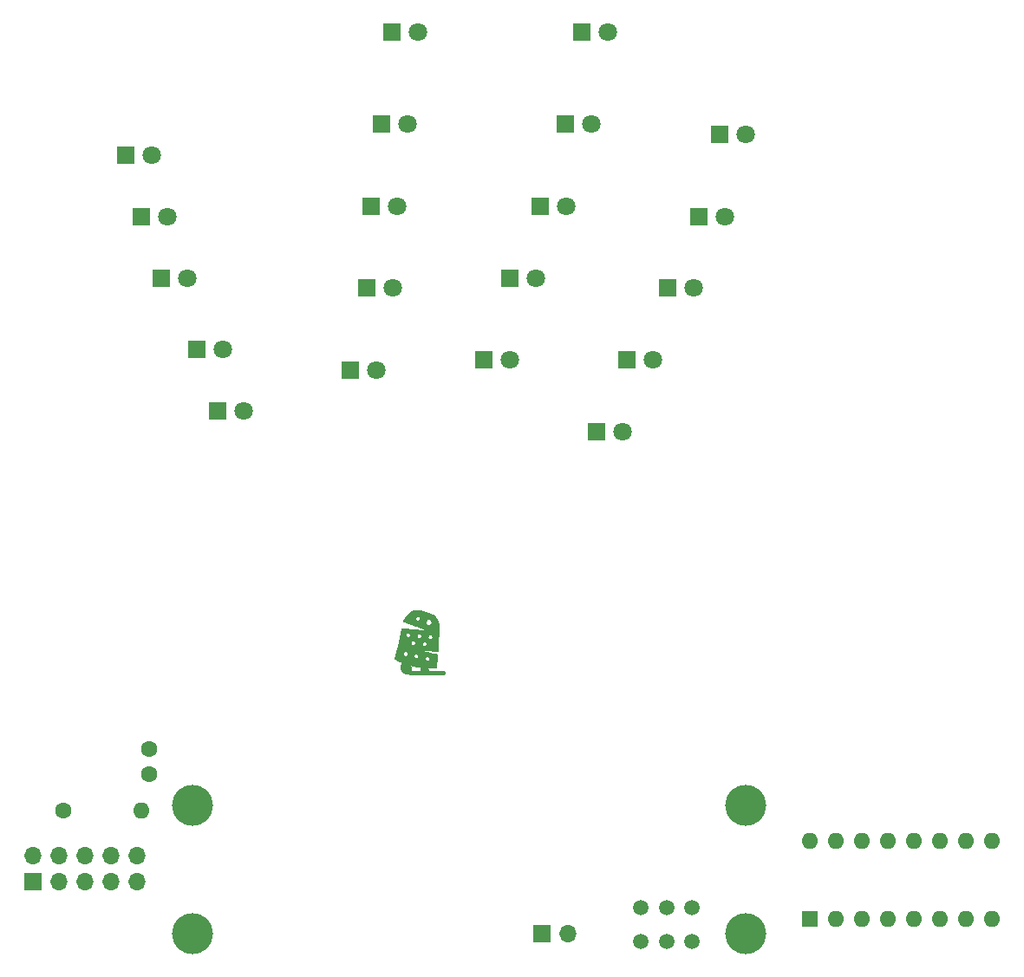
<source format=gbr>
G04 #@! TF.FileFunction,Soldermask,Bot*
%FSLAX46Y46*%
G04 Gerber Fmt 4.6, Leading zero omitted, Abs format (unit mm)*
G04 Created by KiCad (PCBNEW 4.0.6) date 11/09/17 18:44:30*
%MOMM*%
%LPD*%
G01*
G04 APERTURE LIST*
%ADD10C,0.100000*%
%ADD11C,0.010000*%
%ADD12C,4.000000*%
%ADD13R,1.800000X1.800000*%
%ADD14C,1.800000*%
%ADD15C,1.600000*%
%ADD16O,1.600000X1.600000*%
%ADD17C,1.500000*%
%ADD18R,1.600000X1.600000*%
%ADD19R,1.700000X1.700000*%
%ADD20O,1.700000X1.700000*%
G04 APERTURE END LIST*
D10*
D11*
G36*
X139863476Y-113425921D02*
X139771698Y-113433468D01*
X139694871Y-113445599D01*
X139679807Y-113449116D01*
X139583216Y-113480087D01*
X139477300Y-113525133D01*
X139370430Y-113580111D01*
X139270982Y-113640877D01*
X139221956Y-113675661D01*
X139100909Y-113777671D01*
X138979468Y-113900196D01*
X138861534Y-114038719D01*
X138751010Y-114188720D01*
X138670299Y-114314366D01*
X138628679Y-114394089D01*
X138608093Y-114459872D01*
X138608503Y-114511953D01*
X138629867Y-114550568D01*
X138630124Y-114550825D01*
X138644961Y-114557923D01*
X138682226Y-114572682D01*
X138740316Y-114594533D01*
X138817628Y-114622905D01*
X138912562Y-114657225D01*
X139023516Y-114696923D01*
X139148887Y-114741429D01*
X139287074Y-114790171D01*
X139436474Y-114842578D01*
X139595487Y-114898080D01*
X139762509Y-114956105D01*
X139921666Y-115011157D01*
X140093629Y-115070607D01*
X140258385Y-115127747D01*
X140414401Y-115182034D01*
X140560142Y-115232928D01*
X140694075Y-115279885D01*
X140814665Y-115322364D01*
X140920379Y-115359824D01*
X141009684Y-115391722D01*
X141081044Y-115417518D01*
X141132927Y-115436669D01*
X141163798Y-115448633D01*
X141172235Y-115452856D01*
X141157239Y-115452246D01*
X141118659Y-115449499D01*
X141058209Y-115444761D01*
X140977604Y-115438179D01*
X140878556Y-115429899D01*
X140762779Y-115420066D01*
X140631988Y-115408827D01*
X140487895Y-115396328D01*
X140332215Y-115382716D01*
X140166662Y-115368136D01*
X139992948Y-115352735D01*
X139869990Y-115341774D01*
X139690796Y-115325811D01*
X139517986Y-115310508D01*
X139353334Y-115296017D01*
X139198618Y-115282489D01*
X139055613Y-115270077D01*
X138926094Y-115258934D01*
X138811839Y-115249212D01*
X138714623Y-115241062D01*
X138636222Y-115234638D01*
X138578412Y-115230091D01*
X138542968Y-115227575D01*
X138532764Y-115227100D01*
X138479517Y-115232109D01*
X138444655Y-115249134D01*
X138422815Y-115281174D01*
X138419204Y-115290597D01*
X138414647Y-115309557D01*
X138406014Y-115351311D01*
X138393720Y-115413657D01*
X138378184Y-115494388D01*
X138359821Y-115591302D01*
X138339050Y-115702193D01*
X138316285Y-115824857D01*
X138291945Y-115957089D01*
X138266446Y-116096686D01*
X138257676Y-116144940D01*
X138109616Y-116960650D01*
X137933258Y-117515242D01*
X137896946Y-117630428D01*
X137863154Y-117739539D01*
X137832663Y-117839914D01*
X137806255Y-117928892D01*
X137784710Y-118003813D01*
X137768808Y-118062017D01*
X137759331Y-118100843D01*
X137756900Y-118116152D01*
X137760718Y-118155033D01*
X137769996Y-118186850D01*
X137770859Y-118188551D01*
X137787849Y-118203863D01*
X137825269Y-118227301D01*
X137880045Y-118257361D01*
X137949105Y-118292537D01*
X138029374Y-118331323D01*
X138117781Y-118372214D01*
X138211251Y-118413704D01*
X138306712Y-118454289D01*
X138347450Y-118471023D01*
X138412356Y-118497402D01*
X138471116Y-118521315D01*
X138518653Y-118540693D01*
X138549892Y-118553469D01*
X138557000Y-118556397D01*
X138576172Y-118565241D01*
X138577009Y-118571793D01*
X138557183Y-118580354D01*
X138541005Y-118585972D01*
X138460213Y-118626515D01*
X138394713Y-118686224D01*
X138346025Y-118762922D01*
X138315669Y-118854430D01*
X138306417Y-118921877D01*
X138309830Y-119048554D01*
X138337709Y-119168608D01*
X138389884Y-119281610D01*
X138466188Y-119387129D01*
X138505128Y-119428851D01*
X138605650Y-119514563D01*
X138714840Y-119577972D01*
X138837024Y-119621373D01*
X138890962Y-119633737D01*
X138991096Y-119650962D01*
X139114456Y-119667743D01*
X139258868Y-119683875D01*
X139422160Y-119699150D01*
X139602159Y-119713361D01*
X139796691Y-119726301D01*
X139960350Y-119735548D01*
X140020969Y-119737925D01*
X140104069Y-119739994D01*
X140206734Y-119741756D01*
X140326046Y-119743212D01*
X140459088Y-119744364D01*
X140602945Y-119745214D01*
X140754698Y-119745762D01*
X140911432Y-119746010D01*
X141070229Y-119745959D01*
X141228173Y-119745611D01*
X141382346Y-119744968D01*
X141529832Y-119744030D01*
X141667714Y-119742799D01*
X141793075Y-119741276D01*
X141902998Y-119739463D01*
X141994566Y-119737362D01*
X142064863Y-119734972D01*
X142074454Y-119734539D01*
X142156669Y-119730144D01*
X142241154Y-119724758D01*
X142319782Y-119718953D01*
X142384425Y-119713306D01*
X142404654Y-119711208D01*
X142495468Y-119699484D01*
X142563812Y-119686100D01*
X142612612Y-119669433D01*
X142644798Y-119647863D01*
X142663299Y-119619768D01*
X142671044Y-119583526D01*
X142671800Y-119563315D01*
X142667652Y-119510446D01*
X142651948Y-119475305D01*
X142619801Y-119451114D01*
X142579507Y-119435266D01*
X142562974Y-119430563D01*
X142542873Y-119426533D01*
X142517111Y-119423108D01*
X142483594Y-119420215D01*
X142440228Y-119417784D01*
X142384920Y-119415745D01*
X142315576Y-119414026D01*
X142230102Y-119412556D01*
X142126404Y-119411266D01*
X142002390Y-119410084D01*
X141855965Y-119408939D01*
X141785975Y-119408443D01*
X141058900Y-119403408D01*
X141058900Y-119366929D01*
X141050059Y-119289748D01*
X141026261Y-119209819D01*
X140994616Y-119145858D01*
X140974059Y-119112801D01*
X140960506Y-119089774D01*
X140957300Y-119083158D01*
X140969484Y-119082387D01*
X141003979Y-119082051D01*
X141057701Y-119082133D01*
X141127563Y-119082615D01*
X141210483Y-119083481D01*
X141303374Y-119084714D01*
X141342939Y-119085310D01*
X141452009Y-119086964D01*
X141538531Y-119088048D01*
X141605356Y-119088420D01*
X141655332Y-119087934D01*
X141691309Y-119086448D01*
X141716136Y-119083819D01*
X141732662Y-119079902D01*
X141743737Y-119074555D01*
X141752210Y-119067633D01*
X141755366Y-119064534D01*
X141777407Y-119034859D01*
X141784642Y-119017587D01*
X140369733Y-119017587D01*
X140366373Y-119029043D01*
X140354414Y-119055362D01*
X140347508Y-119069226D01*
X140331266Y-119119345D01*
X140323078Y-119184181D01*
X140323168Y-119254289D01*
X140331760Y-119320224D01*
X140340787Y-119353003D01*
X140359274Y-119405400D01*
X140102662Y-119405364D01*
X140002320Y-119404866D01*
X139889915Y-119403515D01*
X139775689Y-119401482D01*
X139669882Y-119398939D01*
X139609797Y-119397071D01*
X139373543Y-119388814D01*
X139379626Y-119272524D01*
X139377708Y-119160578D01*
X139358244Y-119058811D01*
X139319344Y-118961322D01*
X139259115Y-118862213D01*
X139239347Y-118834939D01*
X139216504Y-118802064D01*
X139204485Y-118779938D01*
X139205640Y-118772968D01*
X139206439Y-118773223D01*
X139224204Y-118778490D01*
X139262347Y-118788822D01*
X139316609Y-118803096D01*
X139382731Y-118820191D01*
X139452937Y-118838097D01*
X139654153Y-118886135D01*
X139862294Y-118930392D01*
X140066554Y-118968678D01*
X140220700Y-118993654D01*
X140278285Y-119002366D01*
X140325703Y-119009808D01*
X140357887Y-119015167D01*
X140369733Y-119017587D01*
X141784642Y-119017587D01*
X141788303Y-119008848D01*
X141792374Y-118984668D01*
X141799037Y-118939076D01*
X141807881Y-118875291D01*
X141818498Y-118796530D01*
X141830476Y-118706010D01*
X141843406Y-118606950D01*
X141856877Y-118502566D01*
X141870480Y-118396077D01*
X141883805Y-118290701D01*
X141896441Y-118189654D01*
X141897348Y-118182302D01*
X141154593Y-118182302D01*
X141137822Y-118243373D01*
X141101345Y-118300610D01*
X141047705Y-118349340D01*
X141014450Y-118369468D01*
X140958758Y-118387222D01*
X140899747Y-118382692D01*
X140846665Y-118362699D01*
X140787043Y-118322256D01*
X140743455Y-118268937D01*
X140718602Y-118207838D01*
X140715188Y-118144058D01*
X140719383Y-118122700D01*
X140746531Y-118061647D01*
X140790310Y-118008834D01*
X140844881Y-117969146D01*
X140904405Y-117947474D01*
X140931802Y-117944900D01*
X140994901Y-117956822D01*
X141054482Y-117989630D01*
X141105099Y-118038880D01*
X141141302Y-118100130D01*
X141149113Y-118122071D01*
X141154593Y-118182302D01*
X141897348Y-118182302D01*
X141907979Y-118096156D01*
X141918007Y-118013422D01*
X141926118Y-117944672D01*
X141931020Y-117900960D01*
X140076756Y-117900960D01*
X140073308Y-117968007D01*
X140044612Y-118036159D01*
X140038098Y-118046439D01*
X139999907Y-118087595D01*
X139948486Y-118121769D01*
X139893614Y-118143394D01*
X139859585Y-118148089D01*
X139824853Y-118142478D01*
X139782736Y-118128415D01*
X139768928Y-118122253D01*
X139726936Y-118094405D01*
X139689185Y-118057458D01*
X139681854Y-118047803D01*
X139647823Y-117980825D01*
X139639097Y-117915145D01*
X139655588Y-117851429D01*
X139697209Y-117790342D01*
X139718559Y-117768909D01*
X139781153Y-117725166D01*
X139845569Y-117706528D01*
X139910021Y-117712957D01*
X139972722Y-117744417D01*
X140008429Y-117774961D01*
X140055086Y-117836214D01*
X140076756Y-117900960D01*
X141931020Y-117900960D01*
X141931899Y-117893123D01*
X141934942Y-117861992D01*
X141935310Y-117855252D01*
X141928825Y-117809561D01*
X141906974Y-117778115D01*
X141865768Y-117756485D01*
X141839225Y-117748616D01*
X141817570Y-117743519D01*
X141773015Y-117733400D01*
X141707471Y-117718682D01*
X141622846Y-117699789D01*
X141521050Y-117677145D01*
X141489204Y-117670079D01*
X139029893Y-117670079D01*
X139024619Y-117731471D01*
X138999808Y-117791242D01*
X138957633Y-117844263D01*
X138900270Y-117885403D01*
X138896910Y-117887123D01*
X138835115Y-117910335D01*
X138779619Y-117912010D01*
X138723140Y-117891713D01*
X138695090Y-117875050D01*
X138638910Y-117825387D01*
X138604080Y-117766546D01*
X138590420Y-117702828D01*
X138597750Y-117638532D01*
X138625889Y-117577956D01*
X138674657Y-117525402D01*
X138710764Y-117501159D01*
X138776417Y-117477467D01*
X138842927Y-117477323D01*
X138906447Y-117499315D01*
X138963125Y-117542031D01*
X139009114Y-117604060D01*
X139013454Y-117612194D01*
X139029893Y-117670079D01*
X141489204Y-117670079D01*
X141403994Y-117651173D01*
X141273586Y-117622298D01*
X141131737Y-117590943D01*
X140980356Y-117557531D01*
X140821352Y-117522488D01*
X140685867Y-117492666D01*
X140524371Y-117457041D01*
X140370621Y-117422934D01*
X140226340Y-117390739D01*
X140093248Y-117360847D01*
X139973066Y-117333653D01*
X139867514Y-117309549D01*
X139778313Y-117288927D01*
X139707185Y-117272180D01*
X139655849Y-117259701D01*
X139626026Y-117251883D01*
X139619067Y-117249146D01*
X139634973Y-117249724D01*
X139674344Y-117252437D01*
X139735347Y-117257130D01*
X139816150Y-117263646D01*
X139914922Y-117271833D01*
X140029829Y-117281536D01*
X140159041Y-117292598D01*
X140300725Y-117304867D01*
X140453048Y-117318187D01*
X140614179Y-117332403D01*
X140782286Y-117347361D01*
X140784637Y-117347571D01*
X140952668Y-117362569D01*
X141113630Y-117376902D01*
X141265706Y-117390412D01*
X141407074Y-117402937D01*
X141535917Y-117414317D01*
X141650413Y-117424393D01*
X141748745Y-117433004D01*
X141829092Y-117439990D01*
X141889635Y-117445192D01*
X141928555Y-117448448D01*
X141944032Y-117449599D01*
X141944089Y-117449600D01*
X141964490Y-117441219D01*
X141990499Y-117420805D01*
X141992928Y-117418427D01*
X142024100Y-117387254D01*
X142024150Y-117243363D01*
X139567492Y-117243363D01*
X139555009Y-117245397D01*
X139538537Y-117243062D01*
X139538340Y-117238727D01*
X139555338Y-117235695D01*
X139562682Y-117237724D01*
X139567492Y-117243363D01*
X142024150Y-117243363D01*
X142024327Y-116736493D01*
X140867161Y-116736493D01*
X140862099Y-116803545D01*
X140832473Y-116865038D01*
X140796509Y-116905974D01*
X140734441Y-116951549D01*
X140670936Y-116971769D01*
X140605908Y-116966641D01*
X140539270Y-116936174D01*
X140531850Y-116931284D01*
X140482007Y-116885787D01*
X140446761Y-116829875D01*
X140429674Y-116770499D01*
X140430096Y-116732636D01*
X140453259Y-116660513D01*
X140455409Y-116657652D01*
X139774614Y-116657652D01*
X139764272Y-116702919D01*
X139756544Y-116722759D01*
X139717828Y-116788666D01*
X139662699Y-116836629D01*
X139630150Y-116854096D01*
X139581838Y-116872445D01*
X139541810Y-116875400D01*
X139498140Y-116862956D01*
X139477750Y-116854022D01*
X139409717Y-116811177D01*
X139362754Y-116756958D01*
X139337910Y-116694198D01*
X139336233Y-116625729D01*
X139358772Y-116554385D01*
X139363450Y-116545205D01*
X139382007Y-116502919D01*
X139393442Y-116462551D01*
X139395200Y-116446434D01*
X139397079Y-116420315D01*
X139405863Y-116414509D01*
X139419766Y-116420453D01*
X139445140Y-116427416D01*
X139486154Y-116432182D01*
X139525229Y-116433600D01*
X139606616Y-116444131D01*
X139674223Y-116475130D01*
X139726508Y-116525703D01*
X139748970Y-116563169D01*
X139769685Y-116614700D01*
X139774614Y-116657652D01*
X140455409Y-116657652D01*
X140497976Y-116601022D01*
X140543541Y-116566870D01*
X140582025Y-116546926D01*
X140617317Y-116536721D01*
X140658294Y-116535025D01*
X140713833Y-116540608D01*
X140723503Y-116541932D01*
X140771391Y-116545021D01*
X140806667Y-116540305D01*
X140812913Y-116537708D01*
X140829167Y-116531323D01*
X140834601Y-116539915D01*
X140832599Y-116567908D01*
X140834221Y-116608360D01*
X140844654Y-116653393D01*
X140847963Y-116662436D01*
X140867161Y-116736493D01*
X142024327Y-116736493D01*
X142024403Y-116519902D01*
X142024644Y-116352725D01*
X142025229Y-116198056D01*
X142026082Y-116066108D01*
X141441855Y-116066108D01*
X141436562Y-116103400D01*
X141408840Y-116171388D01*
X141364781Y-116221932D01*
X141303256Y-116255712D01*
X141223136Y-116273410D01*
X141149328Y-116276526D01*
X141038952Y-116274850D01*
X141043958Y-116240329D01*
X141041901Y-116209704D01*
X141031315Y-116167237D01*
X141020035Y-116136012D01*
X141004017Y-116094020D01*
X140998012Y-116064103D01*
X141000915Y-116035497D01*
X141007270Y-116011782D01*
X141031487Y-115961350D01*
X141054512Y-115932460D01*
X140343456Y-115932460D01*
X140340008Y-115999507D01*
X140311312Y-116067659D01*
X140304798Y-116077939D01*
X140266607Y-116119095D01*
X140215186Y-116153269D01*
X140160314Y-116174894D01*
X140126285Y-116179589D01*
X140092031Y-116173994D01*
X140049693Y-116159896D01*
X140033372Y-116152661D01*
X139976083Y-116112587D01*
X139934270Y-116058273D01*
X139910558Y-115995415D01*
X139907576Y-115929709D01*
X139915110Y-115896244D01*
X139939095Y-115852086D01*
X139951623Y-115837871D01*
X139272647Y-115837871D01*
X139269280Y-115905556D01*
X139241325Y-115972185D01*
X139234643Y-115982400D01*
X139223696Y-116010805D01*
X139217755Y-116050543D01*
X139217400Y-116062068D01*
X139216711Y-116095677D01*
X139212120Y-116108446D01*
X139199846Y-116104934D01*
X139188044Y-116097450D01*
X139149662Y-116084144D01*
X139090998Y-116080053D01*
X139083269Y-116080197D01*
X139012844Y-116075327D01*
X138956210Y-116054153D01*
X138905201Y-116013142D01*
X138889779Y-115996445D01*
X138850058Y-115934418D01*
X138834283Y-115868801D01*
X138842039Y-115803192D01*
X138872908Y-115741188D01*
X138925578Y-115687078D01*
X138989213Y-115651700D01*
X139055511Y-115640868D01*
X139121636Y-115654334D01*
X139184751Y-115691847D01*
X139206901Y-115711900D01*
X139251746Y-115772271D01*
X139272647Y-115837871D01*
X139951623Y-115837871D01*
X139978431Y-115807455D01*
X140025368Y-115769351D01*
X140072156Y-115744776D01*
X140087435Y-115740596D01*
X140154847Y-115740435D01*
X140220099Y-115764285D01*
X140275129Y-115806461D01*
X140321786Y-115867714D01*
X140343456Y-115932460D01*
X141054512Y-115932460D01*
X141070480Y-115912425D01*
X141117361Y-115871764D01*
X141165241Y-115846124D01*
X141180306Y-115842070D01*
X141245426Y-115841389D01*
X141307168Y-115861254D01*
X141361608Y-115897662D01*
X141404819Y-115946608D01*
X141432876Y-116004091D01*
X141441855Y-116066108D01*
X142026082Y-116066108D01*
X142026138Y-116057513D01*
X142027347Y-115932712D01*
X142028834Y-115825272D01*
X142030577Y-115736809D01*
X142032554Y-115668941D01*
X142034743Y-115623285D01*
X142037047Y-115601750D01*
X142048212Y-115544766D01*
X142059165Y-115469355D01*
X142069216Y-115382484D01*
X142077676Y-115291121D01*
X142083853Y-115202234D01*
X142087059Y-115122790D01*
X142087353Y-115093827D01*
X142077302Y-114887997D01*
X142048061Y-114697376D01*
X142026571Y-114619361D01*
X141349966Y-114619361D01*
X141335258Y-114693277D01*
X141303074Y-114754734D01*
X141245252Y-114821893D01*
X141178289Y-114867851D01*
X141105145Y-114891457D01*
X141028778Y-114891565D01*
X140981555Y-114879486D01*
X140910719Y-114842608D01*
X140852134Y-114789445D01*
X140809184Y-114724880D01*
X140785251Y-114653799D01*
X140782384Y-114591955D01*
X140801861Y-114515450D01*
X140842761Y-114444927D01*
X140901106Y-114386574D01*
X140924890Y-114370185D01*
X140998131Y-114338741D01*
X141074627Y-114330352D01*
X141149900Y-114343881D01*
X141219470Y-114378190D01*
X141278857Y-114432142D01*
X141303472Y-114466353D01*
X141339371Y-114543819D01*
X141349966Y-114619361D01*
X142026571Y-114619361D01*
X141999861Y-114522404D01*
X141932931Y-114363522D01*
X141847503Y-114221171D01*
X141836432Y-114207784D01*
X140232243Y-114207784D01*
X140231796Y-114271759D01*
X140210424Y-114333085D01*
X140169093Y-114387951D01*
X140108774Y-114432544D01*
X140074650Y-114448664D01*
X140019221Y-114458354D01*
X139957703Y-114448337D01*
X139906603Y-114425038D01*
X139853270Y-114380225D01*
X139815859Y-114324002D01*
X139796960Y-114262268D01*
X139799159Y-114200918D01*
X139802674Y-114188234D01*
X139836416Y-114118860D01*
X139884163Y-114067244D01*
X139941875Y-114034507D01*
X140005514Y-114021772D01*
X140071042Y-114030162D01*
X140134421Y-114060798D01*
X140166486Y-114087138D01*
X140210796Y-114144973D01*
X140232243Y-114207784D01*
X141836432Y-114207784D01*
X141743807Y-114095793D01*
X141622075Y-113987827D01*
X141482536Y-113897716D01*
X141453319Y-113882286D01*
X141415758Y-113865169D01*
X141357392Y-113841202D01*
X141281516Y-113811560D01*
X141191426Y-113777414D01*
X141090416Y-113739940D01*
X140981782Y-113700310D01*
X140868819Y-113659699D01*
X140754821Y-113619279D01*
X140643083Y-113580224D01*
X140536901Y-113543708D01*
X140439569Y-113510904D01*
X140354383Y-113482986D01*
X140284638Y-113461127D01*
X140233628Y-113446501D01*
X140220700Y-113443283D01*
X140148819Y-113431637D01*
X140060007Y-113424919D01*
X139962236Y-113423042D01*
X139863476Y-113425921D01*
X139863476Y-113425921D01*
G37*
X139863476Y-113425921D02*
X139771698Y-113433468D01*
X139694871Y-113445599D01*
X139679807Y-113449116D01*
X139583216Y-113480087D01*
X139477300Y-113525133D01*
X139370430Y-113580111D01*
X139270982Y-113640877D01*
X139221956Y-113675661D01*
X139100909Y-113777671D01*
X138979468Y-113900196D01*
X138861534Y-114038719D01*
X138751010Y-114188720D01*
X138670299Y-114314366D01*
X138628679Y-114394089D01*
X138608093Y-114459872D01*
X138608503Y-114511953D01*
X138629867Y-114550568D01*
X138630124Y-114550825D01*
X138644961Y-114557923D01*
X138682226Y-114572682D01*
X138740316Y-114594533D01*
X138817628Y-114622905D01*
X138912562Y-114657225D01*
X139023516Y-114696923D01*
X139148887Y-114741429D01*
X139287074Y-114790171D01*
X139436474Y-114842578D01*
X139595487Y-114898080D01*
X139762509Y-114956105D01*
X139921666Y-115011157D01*
X140093629Y-115070607D01*
X140258385Y-115127747D01*
X140414401Y-115182034D01*
X140560142Y-115232928D01*
X140694075Y-115279885D01*
X140814665Y-115322364D01*
X140920379Y-115359824D01*
X141009684Y-115391722D01*
X141081044Y-115417518D01*
X141132927Y-115436669D01*
X141163798Y-115448633D01*
X141172235Y-115452856D01*
X141157239Y-115452246D01*
X141118659Y-115449499D01*
X141058209Y-115444761D01*
X140977604Y-115438179D01*
X140878556Y-115429899D01*
X140762779Y-115420066D01*
X140631988Y-115408827D01*
X140487895Y-115396328D01*
X140332215Y-115382716D01*
X140166662Y-115368136D01*
X139992948Y-115352735D01*
X139869990Y-115341774D01*
X139690796Y-115325811D01*
X139517986Y-115310508D01*
X139353334Y-115296017D01*
X139198618Y-115282489D01*
X139055613Y-115270077D01*
X138926094Y-115258934D01*
X138811839Y-115249212D01*
X138714623Y-115241062D01*
X138636222Y-115234638D01*
X138578412Y-115230091D01*
X138542968Y-115227575D01*
X138532764Y-115227100D01*
X138479517Y-115232109D01*
X138444655Y-115249134D01*
X138422815Y-115281174D01*
X138419204Y-115290597D01*
X138414647Y-115309557D01*
X138406014Y-115351311D01*
X138393720Y-115413657D01*
X138378184Y-115494388D01*
X138359821Y-115591302D01*
X138339050Y-115702193D01*
X138316285Y-115824857D01*
X138291945Y-115957089D01*
X138266446Y-116096686D01*
X138257676Y-116144940D01*
X138109616Y-116960650D01*
X137933258Y-117515242D01*
X137896946Y-117630428D01*
X137863154Y-117739539D01*
X137832663Y-117839914D01*
X137806255Y-117928892D01*
X137784710Y-118003813D01*
X137768808Y-118062017D01*
X137759331Y-118100843D01*
X137756900Y-118116152D01*
X137760718Y-118155033D01*
X137769996Y-118186850D01*
X137770859Y-118188551D01*
X137787849Y-118203863D01*
X137825269Y-118227301D01*
X137880045Y-118257361D01*
X137949105Y-118292537D01*
X138029374Y-118331323D01*
X138117781Y-118372214D01*
X138211251Y-118413704D01*
X138306712Y-118454289D01*
X138347450Y-118471023D01*
X138412356Y-118497402D01*
X138471116Y-118521315D01*
X138518653Y-118540693D01*
X138549892Y-118553469D01*
X138557000Y-118556397D01*
X138576172Y-118565241D01*
X138577009Y-118571793D01*
X138557183Y-118580354D01*
X138541005Y-118585972D01*
X138460213Y-118626515D01*
X138394713Y-118686224D01*
X138346025Y-118762922D01*
X138315669Y-118854430D01*
X138306417Y-118921877D01*
X138309830Y-119048554D01*
X138337709Y-119168608D01*
X138389884Y-119281610D01*
X138466188Y-119387129D01*
X138505128Y-119428851D01*
X138605650Y-119514563D01*
X138714840Y-119577972D01*
X138837024Y-119621373D01*
X138890962Y-119633737D01*
X138991096Y-119650962D01*
X139114456Y-119667743D01*
X139258868Y-119683875D01*
X139422160Y-119699150D01*
X139602159Y-119713361D01*
X139796691Y-119726301D01*
X139960350Y-119735548D01*
X140020969Y-119737925D01*
X140104069Y-119739994D01*
X140206734Y-119741756D01*
X140326046Y-119743212D01*
X140459088Y-119744364D01*
X140602945Y-119745214D01*
X140754698Y-119745762D01*
X140911432Y-119746010D01*
X141070229Y-119745959D01*
X141228173Y-119745611D01*
X141382346Y-119744968D01*
X141529832Y-119744030D01*
X141667714Y-119742799D01*
X141793075Y-119741276D01*
X141902998Y-119739463D01*
X141994566Y-119737362D01*
X142064863Y-119734972D01*
X142074454Y-119734539D01*
X142156669Y-119730144D01*
X142241154Y-119724758D01*
X142319782Y-119718953D01*
X142384425Y-119713306D01*
X142404654Y-119711208D01*
X142495468Y-119699484D01*
X142563812Y-119686100D01*
X142612612Y-119669433D01*
X142644798Y-119647863D01*
X142663299Y-119619768D01*
X142671044Y-119583526D01*
X142671800Y-119563315D01*
X142667652Y-119510446D01*
X142651948Y-119475305D01*
X142619801Y-119451114D01*
X142579507Y-119435266D01*
X142562974Y-119430563D01*
X142542873Y-119426533D01*
X142517111Y-119423108D01*
X142483594Y-119420215D01*
X142440228Y-119417784D01*
X142384920Y-119415745D01*
X142315576Y-119414026D01*
X142230102Y-119412556D01*
X142126404Y-119411266D01*
X142002390Y-119410084D01*
X141855965Y-119408939D01*
X141785975Y-119408443D01*
X141058900Y-119403408D01*
X141058900Y-119366929D01*
X141050059Y-119289748D01*
X141026261Y-119209819D01*
X140994616Y-119145858D01*
X140974059Y-119112801D01*
X140960506Y-119089774D01*
X140957300Y-119083158D01*
X140969484Y-119082387D01*
X141003979Y-119082051D01*
X141057701Y-119082133D01*
X141127563Y-119082615D01*
X141210483Y-119083481D01*
X141303374Y-119084714D01*
X141342939Y-119085310D01*
X141452009Y-119086964D01*
X141538531Y-119088048D01*
X141605356Y-119088420D01*
X141655332Y-119087934D01*
X141691309Y-119086448D01*
X141716136Y-119083819D01*
X141732662Y-119079902D01*
X141743737Y-119074555D01*
X141752210Y-119067633D01*
X141755366Y-119064534D01*
X141777407Y-119034859D01*
X141784642Y-119017587D01*
X140369733Y-119017587D01*
X140366373Y-119029043D01*
X140354414Y-119055362D01*
X140347508Y-119069226D01*
X140331266Y-119119345D01*
X140323078Y-119184181D01*
X140323168Y-119254289D01*
X140331760Y-119320224D01*
X140340787Y-119353003D01*
X140359274Y-119405400D01*
X140102662Y-119405364D01*
X140002320Y-119404866D01*
X139889915Y-119403515D01*
X139775689Y-119401482D01*
X139669882Y-119398939D01*
X139609797Y-119397071D01*
X139373543Y-119388814D01*
X139379626Y-119272524D01*
X139377708Y-119160578D01*
X139358244Y-119058811D01*
X139319344Y-118961322D01*
X139259115Y-118862213D01*
X139239347Y-118834939D01*
X139216504Y-118802064D01*
X139204485Y-118779938D01*
X139205640Y-118772968D01*
X139206439Y-118773223D01*
X139224204Y-118778490D01*
X139262347Y-118788822D01*
X139316609Y-118803096D01*
X139382731Y-118820191D01*
X139452937Y-118838097D01*
X139654153Y-118886135D01*
X139862294Y-118930392D01*
X140066554Y-118968678D01*
X140220700Y-118993654D01*
X140278285Y-119002366D01*
X140325703Y-119009808D01*
X140357887Y-119015167D01*
X140369733Y-119017587D01*
X141784642Y-119017587D01*
X141788303Y-119008848D01*
X141792374Y-118984668D01*
X141799037Y-118939076D01*
X141807881Y-118875291D01*
X141818498Y-118796530D01*
X141830476Y-118706010D01*
X141843406Y-118606950D01*
X141856877Y-118502566D01*
X141870480Y-118396077D01*
X141883805Y-118290701D01*
X141896441Y-118189654D01*
X141897348Y-118182302D01*
X141154593Y-118182302D01*
X141137822Y-118243373D01*
X141101345Y-118300610D01*
X141047705Y-118349340D01*
X141014450Y-118369468D01*
X140958758Y-118387222D01*
X140899747Y-118382692D01*
X140846665Y-118362699D01*
X140787043Y-118322256D01*
X140743455Y-118268937D01*
X140718602Y-118207838D01*
X140715188Y-118144058D01*
X140719383Y-118122700D01*
X140746531Y-118061647D01*
X140790310Y-118008834D01*
X140844881Y-117969146D01*
X140904405Y-117947474D01*
X140931802Y-117944900D01*
X140994901Y-117956822D01*
X141054482Y-117989630D01*
X141105099Y-118038880D01*
X141141302Y-118100130D01*
X141149113Y-118122071D01*
X141154593Y-118182302D01*
X141897348Y-118182302D01*
X141907979Y-118096156D01*
X141918007Y-118013422D01*
X141926118Y-117944672D01*
X141931020Y-117900960D01*
X140076756Y-117900960D01*
X140073308Y-117968007D01*
X140044612Y-118036159D01*
X140038098Y-118046439D01*
X139999907Y-118087595D01*
X139948486Y-118121769D01*
X139893614Y-118143394D01*
X139859585Y-118148089D01*
X139824853Y-118142478D01*
X139782736Y-118128415D01*
X139768928Y-118122253D01*
X139726936Y-118094405D01*
X139689185Y-118057458D01*
X139681854Y-118047803D01*
X139647823Y-117980825D01*
X139639097Y-117915145D01*
X139655588Y-117851429D01*
X139697209Y-117790342D01*
X139718559Y-117768909D01*
X139781153Y-117725166D01*
X139845569Y-117706528D01*
X139910021Y-117712957D01*
X139972722Y-117744417D01*
X140008429Y-117774961D01*
X140055086Y-117836214D01*
X140076756Y-117900960D01*
X141931020Y-117900960D01*
X141931899Y-117893123D01*
X141934942Y-117861992D01*
X141935310Y-117855252D01*
X141928825Y-117809561D01*
X141906974Y-117778115D01*
X141865768Y-117756485D01*
X141839225Y-117748616D01*
X141817570Y-117743519D01*
X141773015Y-117733400D01*
X141707471Y-117718682D01*
X141622846Y-117699789D01*
X141521050Y-117677145D01*
X141489204Y-117670079D01*
X139029893Y-117670079D01*
X139024619Y-117731471D01*
X138999808Y-117791242D01*
X138957633Y-117844263D01*
X138900270Y-117885403D01*
X138896910Y-117887123D01*
X138835115Y-117910335D01*
X138779619Y-117912010D01*
X138723140Y-117891713D01*
X138695090Y-117875050D01*
X138638910Y-117825387D01*
X138604080Y-117766546D01*
X138590420Y-117702828D01*
X138597750Y-117638532D01*
X138625889Y-117577956D01*
X138674657Y-117525402D01*
X138710764Y-117501159D01*
X138776417Y-117477467D01*
X138842927Y-117477323D01*
X138906447Y-117499315D01*
X138963125Y-117542031D01*
X139009114Y-117604060D01*
X139013454Y-117612194D01*
X139029893Y-117670079D01*
X141489204Y-117670079D01*
X141403994Y-117651173D01*
X141273586Y-117622298D01*
X141131737Y-117590943D01*
X140980356Y-117557531D01*
X140821352Y-117522488D01*
X140685867Y-117492666D01*
X140524371Y-117457041D01*
X140370621Y-117422934D01*
X140226340Y-117390739D01*
X140093248Y-117360847D01*
X139973066Y-117333653D01*
X139867514Y-117309549D01*
X139778313Y-117288927D01*
X139707185Y-117272180D01*
X139655849Y-117259701D01*
X139626026Y-117251883D01*
X139619067Y-117249146D01*
X139634973Y-117249724D01*
X139674344Y-117252437D01*
X139735347Y-117257130D01*
X139816150Y-117263646D01*
X139914922Y-117271833D01*
X140029829Y-117281536D01*
X140159041Y-117292598D01*
X140300725Y-117304867D01*
X140453048Y-117318187D01*
X140614179Y-117332403D01*
X140782286Y-117347361D01*
X140784637Y-117347571D01*
X140952668Y-117362569D01*
X141113630Y-117376902D01*
X141265706Y-117390412D01*
X141407074Y-117402937D01*
X141535917Y-117414317D01*
X141650413Y-117424393D01*
X141748745Y-117433004D01*
X141829092Y-117439990D01*
X141889635Y-117445192D01*
X141928555Y-117448448D01*
X141944032Y-117449599D01*
X141944089Y-117449600D01*
X141964490Y-117441219D01*
X141990499Y-117420805D01*
X141992928Y-117418427D01*
X142024100Y-117387254D01*
X142024150Y-117243363D01*
X139567492Y-117243363D01*
X139555009Y-117245397D01*
X139538537Y-117243062D01*
X139538340Y-117238727D01*
X139555338Y-117235695D01*
X139562682Y-117237724D01*
X139567492Y-117243363D01*
X142024150Y-117243363D01*
X142024327Y-116736493D01*
X140867161Y-116736493D01*
X140862099Y-116803545D01*
X140832473Y-116865038D01*
X140796509Y-116905974D01*
X140734441Y-116951549D01*
X140670936Y-116971769D01*
X140605908Y-116966641D01*
X140539270Y-116936174D01*
X140531850Y-116931284D01*
X140482007Y-116885787D01*
X140446761Y-116829875D01*
X140429674Y-116770499D01*
X140430096Y-116732636D01*
X140453259Y-116660513D01*
X140455409Y-116657652D01*
X139774614Y-116657652D01*
X139764272Y-116702919D01*
X139756544Y-116722759D01*
X139717828Y-116788666D01*
X139662699Y-116836629D01*
X139630150Y-116854096D01*
X139581838Y-116872445D01*
X139541810Y-116875400D01*
X139498140Y-116862956D01*
X139477750Y-116854022D01*
X139409717Y-116811177D01*
X139362754Y-116756958D01*
X139337910Y-116694198D01*
X139336233Y-116625729D01*
X139358772Y-116554385D01*
X139363450Y-116545205D01*
X139382007Y-116502919D01*
X139393442Y-116462551D01*
X139395200Y-116446434D01*
X139397079Y-116420315D01*
X139405863Y-116414509D01*
X139419766Y-116420453D01*
X139445140Y-116427416D01*
X139486154Y-116432182D01*
X139525229Y-116433600D01*
X139606616Y-116444131D01*
X139674223Y-116475130D01*
X139726508Y-116525703D01*
X139748970Y-116563169D01*
X139769685Y-116614700D01*
X139774614Y-116657652D01*
X140455409Y-116657652D01*
X140497976Y-116601022D01*
X140543541Y-116566870D01*
X140582025Y-116546926D01*
X140617317Y-116536721D01*
X140658294Y-116535025D01*
X140713833Y-116540608D01*
X140723503Y-116541932D01*
X140771391Y-116545021D01*
X140806667Y-116540305D01*
X140812913Y-116537708D01*
X140829167Y-116531323D01*
X140834601Y-116539915D01*
X140832599Y-116567908D01*
X140834221Y-116608360D01*
X140844654Y-116653393D01*
X140847963Y-116662436D01*
X140867161Y-116736493D01*
X142024327Y-116736493D01*
X142024403Y-116519902D01*
X142024644Y-116352725D01*
X142025229Y-116198056D01*
X142026082Y-116066108D01*
X141441855Y-116066108D01*
X141436562Y-116103400D01*
X141408840Y-116171388D01*
X141364781Y-116221932D01*
X141303256Y-116255712D01*
X141223136Y-116273410D01*
X141149328Y-116276526D01*
X141038952Y-116274850D01*
X141043958Y-116240329D01*
X141041901Y-116209704D01*
X141031315Y-116167237D01*
X141020035Y-116136012D01*
X141004017Y-116094020D01*
X140998012Y-116064103D01*
X141000915Y-116035497D01*
X141007270Y-116011782D01*
X141031487Y-115961350D01*
X141054512Y-115932460D01*
X140343456Y-115932460D01*
X140340008Y-115999507D01*
X140311312Y-116067659D01*
X140304798Y-116077939D01*
X140266607Y-116119095D01*
X140215186Y-116153269D01*
X140160314Y-116174894D01*
X140126285Y-116179589D01*
X140092031Y-116173994D01*
X140049693Y-116159896D01*
X140033372Y-116152661D01*
X139976083Y-116112587D01*
X139934270Y-116058273D01*
X139910558Y-115995415D01*
X139907576Y-115929709D01*
X139915110Y-115896244D01*
X139939095Y-115852086D01*
X139951623Y-115837871D01*
X139272647Y-115837871D01*
X139269280Y-115905556D01*
X139241325Y-115972185D01*
X139234643Y-115982400D01*
X139223696Y-116010805D01*
X139217755Y-116050543D01*
X139217400Y-116062068D01*
X139216711Y-116095677D01*
X139212120Y-116108446D01*
X139199846Y-116104934D01*
X139188044Y-116097450D01*
X139149662Y-116084144D01*
X139090998Y-116080053D01*
X139083269Y-116080197D01*
X139012844Y-116075327D01*
X138956210Y-116054153D01*
X138905201Y-116013142D01*
X138889779Y-115996445D01*
X138850058Y-115934418D01*
X138834283Y-115868801D01*
X138842039Y-115803192D01*
X138872908Y-115741188D01*
X138925578Y-115687078D01*
X138989213Y-115651700D01*
X139055511Y-115640868D01*
X139121636Y-115654334D01*
X139184751Y-115691847D01*
X139206901Y-115711900D01*
X139251746Y-115772271D01*
X139272647Y-115837871D01*
X139951623Y-115837871D01*
X139978431Y-115807455D01*
X140025368Y-115769351D01*
X140072156Y-115744776D01*
X140087435Y-115740596D01*
X140154847Y-115740435D01*
X140220099Y-115764285D01*
X140275129Y-115806461D01*
X140321786Y-115867714D01*
X140343456Y-115932460D01*
X141054512Y-115932460D01*
X141070480Y-115912425D01*
X141117361Y-115871764D01*
X141165241Y-115846124D01*
X141180306Y-115842070D01*
X141245426Y-115841389D01*
X141307168Y-115861254D01*
X141361608Y-115897662D01*
X141404819Y-115946608D01*
X141432876Y-116004091D01*
X141441855Y-116066108D01*
X142026082Y-116066108D01*
X142026138Y-116057513D01*
X142027347Y-115932712D01*
X142028834Y-115825272D01*
X142030577Y-115736809D01*
X142032554Y-115668941D01*
X142034743Y-115623285D01*
X142037047Y-115601750D01*
X142048212Y-115544766D01*
X142059165Y-115469355D01*
X142069216Y-115382484D01*
X142077676Y-115291121D01*
X142083853Y-115202234D01*
X142087059Y-115122790D01*
X142087353Y-115093827D01*
X142077302Y-114887997D01*
X142048061Y-114697376D01*
X142026571Y-114619361D01*
X141349966Y-114619361D01*
X141335258Y-114693277D01*
X141303074Y-114754734D01*
X141245252Y-114821893D01*
X141178289Y-114867851D01*
X141105145Y-114891457D01*
X141028778Y-114891565D01*
X140981555Y-114879486D01*
X140910719Y-114842608D01*
X140852134Y-114789445D01*
X140809184Y-114724880D01*
X140785251Y-114653799D01*
X140782384Y-114591955D01*
X140801861Y-114515450D01*
X140842761Y-114444927D01*
X140901106Y-114386574D01*
X140924890Y-114370185D01*
X140998131Y-114338741D01*
X141074627Y-114330352D01*
X141149900Y-114343881D01*
X141219470Y-114378190D01*
X141278857Y-114432142D01*
X141303472Y-114466353D01*
X141339371Y-114543819D01*
X141349966Y-114619361D01*
X142026571Y-114619361D01*
X141999861Y-114522404D01*
X141932931Y-114363522D01*
X141847503Y-114221171D01*
X141836432Y-114207784D01*
X140232243Y-114207784D01*
X140231796Y-114271759D01*
X140210424Y-114333085D01*
X140169093Y-114387951D01*
X140108774Y-114432544D01*
X140074650Y-114448664D01*
X140019221Y-114458354D01*
X139957703Y-114448337D01*
X139906603Y-114425038D01*
X139853270Y-114380225D01*
X139815859Y-114324002D01*
X139796960Y-114262268D01*
X139799159Y-114200918D01*
X139802674Y-114188234D01*
X139836416Y-114118860D01*
X139884163Y-114067244D01*
X139941875Y-114034507D01*
X140005514Y-114021772D01*
X140071042Y-114030162D01*
X140134421Y-114060798D01*
X140166486Y-114087138D01*
X140210796Y-114144973D01*
X140232243Y-114207784D01*
X141836432Y-114207784D01*
X141743807Y-114095793D01*
X141622075Y-113987827D01*
X141482536Y-113897716D01*
X141453319Y-113882286D01*
X141415758Y-113865169D01*
X141357392Y-113841202D01*
X141281516Y-113811560D01*
X141191426Y-113777414D01*
X141090416Y-113739940D01*
X140981782Y-113700310D01*
X140868819Y-113659699D01*
X140754821Y-113619279D01*
X140643083Y-113580224D01*
X140536901Y-113543708D01*
X140439569Y-113510904D01*
X140354383Y-113482986D01*
X140284638Y-113461127D01*
X140233628Y-113446501D01*
X140220700Y-113443283D01*
X140148819Y-113431637D01*
X140060007Y-113424919D01*
X139962236Y-113423042D01*
X139863476Y-113425921D01*
D12*
X172000000Y-145000000D03*
X118000000Y-132500000D03*
X172000000Y-132500000D03*
D13*
X111506000Y-69000000D03*
D14*
X114046000Y-69000000D03*
D13*
X115000000Y-81000000D03*
D14*
X117540000Y-81000000D03*
D13*
X120460000Y-94000000D03*
D14*
X123000000Y-94000000D03*
D13*
X113000000Y-75000000D03*
D14*
X115540000Y-75000000D03*
D13*
X118460000Y-88000000D03*
D14*
X121000000Y-88000000D03*
D13*
X137460000Y-57000000D03*
D14*
X140000000Y-57000000D03*
D13*
X135460000Y-74000000D03*
D14*
X138000000Y-74000000D03*
D13*
X133460000Y-90000000D03*
D14*
X136000000Y-90000000D03*
D13*
X136460000Y-66000000D03*
D14*
X139000000Y-66000000D03*
D13*
X135000000Y-82000000D03*
D14*
X137540000Y-82000000D03*
D13*
X156000000Y-57000000D03*
D14*
X158540000Y-57000000D03*
D13*
X152000000Y-74000000D03*
D14*
X154540000Y-74000000D03*
D13*
X146460000Y-89000000D03*
D14*
X149000000Y-89000000D03*
D13*
X154460000Y-66000000D03*
D14*
X157000000Y-66000000D03*
D13*
X149000000Y-81000000D03*
D14*
X151540000Y-81000000D03*
D13*
X169460000Y-67000000D03*
D14*
X172000000Y-67000000D03*
D13*
X164460000Y-82000000D03*
D14*
X167000000Y-82000000D03*
D13*
X157460000Y-96000000D03*
D14*
X160000000Y-96000000D03*
D13*
X167460000Y-75000000D03*
D14*
X170000000Y-75000000D03*
D13*
X160460000Y-89000000D03*
D14*
X163000000Y-89000000D03*
D15*
X105380000Y-133000000D03*
D16*
X113000000Y-133000000D03*
D17*
X164298000Y-142494000D03*
X166798000Y-142494000D03*
X161798000Y-142494000D03*
X161798000Y-145794000D03*
X164298000Y-145794000D03*
X166798000Y-145794000D03*
D18*
X178300000Y-143620000D03*
D16*
X196080000Y-136000000D03*
X180840000Y-143620000D03*
X193540000Y-136000000D03*
X183380000Y-143620000D03*
X191000000Y-136000000D03*
X185920000Y-143620000D03*
X188460000Y-136000000D03*
X188460000Y-143620000D03*
X185920000Y-136000000D03*
X191000000Y-143620000D03*
X183380000Y-136000000D03*
X193540000Y-143620000D03*
X180840000Y-136000000D03*
X196080000Y-143620000D03*
X178300000Y-136000000D03*
D19*
X152146000Y-145034000D03*
D20*
X154686000Y-145034000D03*
D15*
X113750000Y-129500000D03*
X113750000Y-127000000D03*
D12*
X118000000Y-145000000D03*
D19*
X102460000Y-140000000D03*
D20*
X102460000Y-137460000D03*
X105000000Y-140000000D03*
X105000000Y-137460000D03*
X107540000Y-140000000D03*
X107540000Y-137460000D03*
X110080000Y-140000000D03*
X110080000Y-137460000D03*
X112620000Y-140000000D03*
X112620000Y-137460000D03*
M02*

</source>
